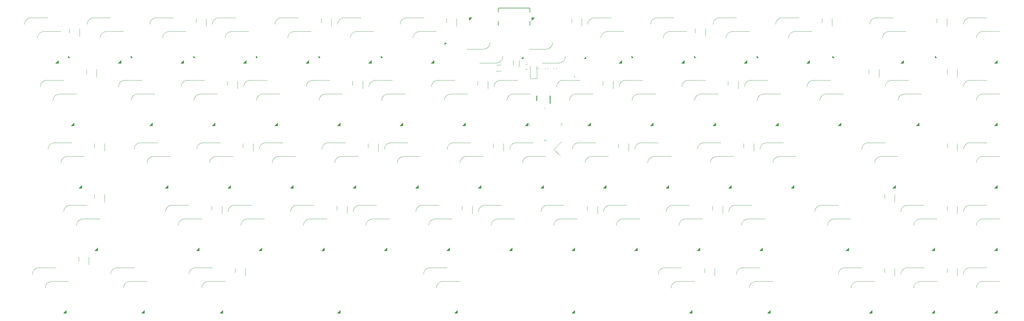
<source format=gbo>
G04 #@! TF.GenerationSoftware,KiCad,Pcbnew,(7.0.0)*
G04 #@! TF.CreationDate,2023-05-15T22:10:03-07:00*
G04 #@! TF.ProjectId,pcb-hotswap-rails,7063622d-686f-4747-9377-61702d726169,1.0*
G04 #@! TF.SameCoordinates,Original*
G04 #@! TF.FileFunction,Legend,Bot*
G04 #@! TF.FilePolarity,Positive*
%FSLAX46Y46*%
G04 Gerber Fmt 4.6, Leading zero omitted, Abs format (unit mm)*
G04 Created by KiCad (PCBNEW (7.0.0)) date 2023-05-15 22:10:03*
%MOMM*%
%LPD*%
G01*
G04 APERTURE LIST*
%ADD10C,0.100000*%
%ADD11C,0.120000*%
%ADD12C,0.200000*%
%ADD13C,0.254000*%
G04 APERTURE END LIST*
G04 #@! TO.C,D16*
G36*
X32899500Y86870001D02*
G01*
X31999500Y86870001D01*
X32899500Y87770001D01*
X32899500Y86870001D01*
G37*
D10*
X32899500Y86870001D02*
X31999500Y86870001D01*
X32899500Y87770001D01*
X32899500Y86870001D01*
D11*
G04 #@! TO.C,MX18*
X53174500Y81700000D02*
X58274500Y81700000D01*
X57074500Y77500000D02*
X62174500Y77500000D01*
X53174500Y81700000D02*
G75*
G03*
X51174500Y79700000I-1J-1999999D01*
G01*
X57074500Y77500000D02*
G75*
G03*
X55074500Y75500000I-1J-1999999D01*
G01*
G04 #@! TO.C,MX6*
X100799500Y100750000D02*
X105899500Y100750000D01*
X104699500Y96550000D02*
X109799500Y96550000D01*
X100799500Y100750000D02*
G75*
G03*
X98799500Y98750000I-1J-1999999D01*
G01*
X104699500Y96550000D02*
G75*
G03*
X102699500Y94550000I-1J-1999999D01*
G01*
G04 #@! TO.C,MX67*
X291299500Y24550000D02*
X296399500Y24550000D01*
X295199500Y20350000D02*
X300299500Y20350000D01*
X291299500Y24550000D02*
G75*
G03*
X289299500Y22550000I-1J-1999999D01*
G01*
X295199500Y20350000D02*
G75*
G03*
X293199500Y18350000I-1J-1999999D01*
G01*
G04 #@! TO.C,D65*
G36*
X151962000Y29720001D02*
G01*
X151062000Y29720001D01*
X151962000Y30620001D01*
X151962000Y29720001D01*
G37*
D10*
X151962000Y29720001D02*
X151062000Y29720001D01*
X151962000Y30620001D01*
X151962000Y29720001D01*
G04 #@! TO.C,D81*
G36*
X261499500Y10670001D02*
G01*
X260599500Y10670001D01*
X261499500Y11570001D01*
X261499500Y10670001D01*
G37*
X261499500Y10670001D02*
X260599500Y10670001D01*
X261499500Y11570001D01*
X261499500Y10670001D01*
G04 #@! TO.C,D72*
G36*
X299599500Y29720001D02*
G01*
X298699500Y29720001D01*
X299599500Y30620001D01*
X299599500Y29720001D01*
G37*
X299599500Y29720001D02*
X298699500Y29720001D01*
X299599500Y30620001D01*
X299599500Y29720001D01*
D11*
G04 #@! TO.C,MX59*
X7930750Y24550000D02*
X13030750Y24550000D01*
X11830750Y20350000D02*
X16930750Y20350000D01*
X7930750Y24550000D02*
G75*
G03*
X5930750Y22550000I-1J-1999999D01*
G01*
X11830750Y20350000D02*
G75*
G03*
X9830750Y18350000I-1J-1999999D01*
G01*
G04 #@! TO.C,MX36*
X115087000Y62650000D02*
X120187000Y62650000D01*
X118987000Y58450000D02*
X124087000Y58450000D01*
X115087000Y62650000D02*
G75*
G03*
X113087000Y60650000I-1J-1999999D01*
G01*
X118987000Y58450000D02*
G75*
G03*
X116987000Y56450000I-1J-1999999D01*
G01*
G04 #@! TO.C,MX2*
X24599500Y100750000D02*
X29699500Y100750000D01*
X28499500Y96550000D02*
X33599500Y96550000D01*
X24599500Y100750000D02*
G75*
G03*
X22599500Y98750000I-1J-1999999D01*
G01*
X28499500Y96550000D02*
G75*
G03*
X26499500Y94550000I-1J-1999999D01*
G01*
G04 #@! TO.C,D25*
G36*
X204349500Y86870001D02*
G01*
X203449500Y86870001D01*
X204349500Y87770001D01*
X204349500Y86870001D01*
G37*
D10*
X204349500Y86870001D02*
X203449500Y86870001D01*
X204349500Y87770001D01*
X204349500Y86870001D01*
G04 #@! TO.C,D17*
G36*
X51949500Y86870001D02*
G01*
X51049500Y86870001D01*
X51949500Y87770001D01*
X51949500Y86870001D01*
G37*
X51949500Y86870001D02*
X51049500Y86870001D01*
X51949500Y87770001D01*
X51949500Y86870001D01*
G04 #@! TO.C,D78*
G36*
X171012000Y10670001D02*
G01*
X170112000Y10670001D01*
X171012000Y11570001D01*
X171012000Y10670001D01*
G37*
X171012000Y10670001D02*
X170112000Y10670001D01*
X171012000Y11570001D01*
X171012000Y10670001D01*
G04 #@! TO.C,D71*
G36*
X280549500Y29720001D02*
G01*
X279649500Y29720001D01*
X280549500Y30620001D01*
X280549500Y29720001D01*
G37*
X280549500Y29720001D02*
X279649500Y29720001D01*
X280549500Y30620001D01*
X280549500Y29720001D01*
D11*
G04 #@! TO.C,MX60*
X31743250Y24550000D02*
X36843250Y24550000D01*
X35643250Y20350000D02*
X40743250Y20350000D01*
X31743250Y24550000D02*
G75*
G03*
X29743250Y22550000I-1J-1999999D01*
G01*
X35643250Y20350000D02*
G75*
G03*
X33643250Y18350000I-1J-1999999D01*
G01*
G04 #@! TO.C,MX58*
X291299500Y43600000D02*
X296399500Y43600000D01*
X295199500Y39400000D02*
X300299500Y39400000D01*
X291299500Y43600000D02*
G75*
G03*
X289299500Y41600000I-1J-1999999D01*
G01*
X295199500Y39400000D02*
G75*
G03*
X293199500Y37400000I-1J-1999999D01*
G01*
G04 #@! TO.C,D29*
G36*
X299599500Y86870001D02*
G01*
X298699500Y86870001D01*
X299599500Y87770001D01*
X299599500Y86870001D01*
G37*
D10*
X299599500Y86870001D02*
X298699500Y86870001D01*
X299599500Y87770001D01*
X299599500Y86870001D01*
G04 #@! TO.C,D48*
G36*
X85287000Y48770001D02*
G01*
X84387000Y48770001D01*
X85287000Y49670001D01*
X85287000Y48770001D01*
G37*
X85287000Y48770001D02*
X84387000Y48770001D01*
X85287000Y49670001D01*
X85287000Y48770001D01*
D11*
G04 #@! TO.C,MX20*
X91274500Y81700000D02*
X96374500Y81700000D01*
X95174500Y77500000D02*
X100274500Y77500000D01*
X91274500Y81700000D02*
G75*
G03*
X89274500Y79700000I-1J-1999999D01*
G01*
X95174500Y77500000D02*
G75*
G03*
X93174500Y75500000I-1J-1999999D01*
G01*
G04 #@! TO.C,MX40*
X191287000Y62650000D02*
X196387000Y62650000D01*
X195187000Y58450000D02*
X200287000Y58450000D01*
X191287000Y62650000D02*
G75*
G03*
X189287000Y60650000I-1J-1999999D01*
G01*
X195187000Y58450000D02*
G75*
G03*
X193187000Y56450000I-1J-1999999D01*
G01*
G04 #@! TO.C,D73*
G36*
X16230750Y10670001D02*
G01*
X15330750Y10670001D01*
X16230750Y11570001D01*
X16230750Y10670001D01*
G37*
D10*
X16230750Y10670001D02*
X15330750Y10670001D01*
X16230750Y11570001D01*
X16230750Y10670001D01*
G04 #@! TO.C,D67*
G36*
X190062000Y29720001D02*
G01*
X189162000Y29720001D01*
X190062000Y30620001D01*
X190062000Y29720001D01*
G37*
X190062000Y29720001D02*
X189162000Y29720001D01*
X190062000Y30620001D01*
X190062000Y29720001D01*
D11*
G04 #@! TO.C,MX28*
X243674500Y81700000D02*
X248774500Y81700000D01*
X247574500Y77500000D02*
X252674500Y77500000D01*
X243674500Y81700000D02*
G75*
G03*
X241674500Y79700000I-1J-1999999D01*
G01*
X247574500Y77500000D02*
G75*
G03*
X245574500Y75500000I-1J-1999999D01*
G01*
G04 #@! TO.C,D37*
G36*
X156724500Y67820001D02*
G01*
X155824500Y67820001D01*
X156724500Y68720001D01*
X156724500Y67820001D01*
G37*
D10*
X156724500Y67820001D02*
X155824500Y67820001D01*
X156724500Y68720001D01*
X156724500Y67820001D01*
D11*
G04 #@! TO.C,MX52*
X162712000Y43600000D02*
X167812000Y43600000D01*
X166612000Y39400000D02*
X171712000Y39400000D01*
X162712000Y43600000D02*
G75*
G03*
X160712000Y41600000I-1J-1999999D01*
G01*
X166612000Y39400000D02*
G75*
G03*
X164612000Y37400000I-1J-1999999D01*
G01*
G04 #@! TO.C,D28*
G36*
X271024500Y86870001D02*
G01*
X270124500Y86870001D01*
X271024500Y87770001D01*
X271024500Y86870001D01*
G37*
D10*
X271024500Y86870001D02*
X270124500Y86870001D01*
X271024500Y87770001D01*
X271024500Y86870001D01*
D11*
G04 #@! TO.C,MX8*
X147099500Y86950000D02*
X141999500Y86950000D01*
X143199500Y91150000D02*
X138099500Y91150000D01*
X147099500Y86950000D02*
G75*
G03*
X149099500Y88950000I1J1999999D01*
G01*
X143199500Y91150000D02*
G75*
G03*
X145199500Y93150000I1J1999999D01*
G01*
G04 #@! TO.C,MX12*
X215099500Y100750000D02*
X220199500Y100750000D01*
X218999500Y96550000D02*
X224099500Y96550000D01*
X215099500Y100750000D02*
G75*
G03*
X213099500Y98750000I-1J-1999999D01*
G01*
X218999500Y96550000D02*
G75*
G03*
X216999500Y94550000I-1J-1999999D01*
G01*
G04 #@! TO.C,MX46*
X48412000Y43600000D02*
X53512000Y43600000D01*
X52312000Y39400000D02*
X57412000Y39400000D01*
X48412000Y43600000D02*
G75*
G03*
X46412000Y41600000I-1J-1999999D01*
G01*
X52312000Y39400000D02*
G75*
G03*
X50312000Y37400000I-1J-1999999D01*
G01*
G04 #@! TO.C,MX38*
X153187000Y62650000D02*
X158287000Y62650000D01*
X157087000Y58450000D02*
X162187000Y58450000D01*
X153187000Y62650000D02*
G75*
G03*
X151187000Y60650000I-1J-1999999D01*
G01*
X157087000Y58450000D02*
G75*
G03*
X155087000Y56450000I-1J-1999999D01*
G01*
G04 #@! TO.C,D51*
G36*
X142437000Y48770001D02*
G01*
X141537000Y48770001D01*
X142437000Y49670001D01*
X142437000Y48770001D01*
G37*
D10*
X142437000Y48770001D02*
X141537000Y48770001D01*
X142437000Y49670001D01*
X142437000Y48770001D01*
G04 #@! TO.C,D38*
G36*
X175774500Y67820001D02*
G01*
X174874500Y67820001D01*
X175774500Y68720001D01*
X175774500Y67820001D01*
G37*
X175774500Y67820001D02*
X174874500Y67820001D01*
X175774500Y68720001D01*
X175774500Y67820001D01*
D11*
G04 #@! TO.C,MX29*
X267487000Y81700000D02*
X272587000Y81700000D01*
X271387000Y77500000D02*
X276487000Y77500000D01*
X267487000Y81700000D02*
G75*
G03*
X265487000Y79700000I-1J-1999999D01*
G01*
X271387000Y77500000D02*
G75*
G03*
X269387000Y75500000I-1J-1999999D01*
G01*
G04 #@! TO.C,D55*
G36*
X218637000Y48770001D02*
G01*
X217737000Y48770001D01*
X218637000Y49670001D01*
X218637000Y48770001D01*
G37*
D10*
X218637000Y48770001D02*
X217737000Y48770001D01*
X218637000Y49670001D01*
X218637000Y48770001D01*
G04 #@! TO.C,D76*
G36*
X99574500Y10670001D02*
G01*
X98674500Y10670001D01*
X99574500Y11570001D01*
X99574500Y10670001D01*
G37*
X99574500Y10670001D02*
X98674500Y10670001D01*
X99574500Y11570001D01*
X99574500Y10670001D01*
D11*
G04 #@! TO.C,MX33*
X57937000Y62650000D02*
X63037000Y62650000D01*
X61837000Y58450000D02*
X66937000Y58450000D01*
X57937000Y62650000D02*
G75*
G03*
X55937000Y60650000I-1J-1999999D01*
G01*
X61837000Y58450000D02*
G75*
G03*
X59837000Y56450000I-1J-1999999D01*
G01*
G04 #@! TO.C,D15*
G36*
X13849500Y86870001D02*
G01*
X12949500Y86870001D01*
X13849500Y87770001D01*
X13849500Y86870001D01*
G37*
D10*
X13849500Y86870001D02*
X12949500Y86870001D01*
X13849500Y87770001D01*
X13849500Y86870001D01*
D11*
G04 #@! TO.C,MX43*
X260343250Y62650000D02*
X265443250Y62650000D01*
X264243250Y58450000D02*
X269343250Y58450000D01*
X260343250Y62650000D02*
G75*
G03*
X258343250Y60650000I-1J-1999999D01*
G01*
X264243250Y58450000D02*
G75*
G03*
X262243250Y56450000I-1J-1999999D01*
G01*
G04 #@! TO.C,D74*
G36*
X40043250Y10670001D02*
G01*
X39143250Y10670001D01*
X40043250Y11570001D01*
X40043250Y10670001D01*
G37*
D10*
X40043250Y10670001D02*
X39143250Y10670001D01*
X40043250Y11570001D01*
X40043250Y10670001D01*
G04 #@! TO.C,D27*
G36*
X242449500Y86870001D02*
G01*
X241549500Y86870001D01*
X242449500Y87770001D01*
X242449500Y86870001D01*
G37*
X242449500Y86870001D02*
X241549500Y86870001D01*
X242449500Y87770001D01*
X242449500Y86870001D01*
D11*
G04 #@! TO.C,MX34*
X76987000Y62650000D02*
X82087000Y62650000D01*
X80887000Y58450000D02*
X85987000Y58450000D01*
X76987000Y62650000D02*
G75*
G03*
X74987000Y60650000I-1J-1999999D01*
G01*
X80887000Y58450000D02*
G75*
G03*
X78887000Y56450000I-1J-1999999D01*
G01*
G04 #@! TO.C,MX9*
X166149500Y86950000D02*
X161049500Y86950000D01*
X162249500Y91150000D02*
X157149500Y91150000D01*
X166149500Y86950000D02*
G75*
G03*
X168149500Y88950000I1J1999999D01*
G01*
X162249500Y91150000D02*
G75*
G03*
X164249500Y93150000I1J1999999D01*
G01*
G04 #@! TO.C,D58*
G36*
X299599500Y48770001D02*
G01*
X298699500Y48770001D01*
X299599500Y49670001D01*
X299599500Y48770001D01*
G37*
D10*
X299599500Y48770001D02*
X298699500Y48770001D01*
X299599500Y49670001D01*
X299599500Y48770001D01*
D11*
G04 #@! TO.C,MX64*
X222243250Y24550000D02*
X227343250Y24550000D01*
X226143250Y20350000D02*
X231243250Y20350000D01*
X222243250Y24550000D02*
G75*
G03*
X220243250Y22550000I-1J-1999999D01*
G01*
X226143250Y20350000D02*
G75*
G03*
X224143250Y18350000I-1J-1999999D01*
G01*
G04 #@! TO.C,MX62*
X126993250Y24550000D02*
X132093250Y24550000D01*
X130893250Y20350000D02*
X135993250Y20350000D01*
X126993250Y24550000D02*
G75*
G03*
X124993250Y22550000I-1J-1999999D01*
G01*
X130893250Y20350000D02*
G75*
G03*
X128893250Y18350000I-1J-1999999D01*
G01*
G04 #@! TO.C,MX1*
X5549500Y100750000D02*
X10649500Y100750000D01*
X9449500Y96550000D02*
X14549500Y96550000D01*
X5549500Y100750000D02*
G75*
G03*
X3549500Y98750000I-1J-1999999D01*
G01*
X9449500Y96550000D02*
G75*
G03*
X7449500Y94550000I-1J-1999999D01*
G01*
G04 #@! TO.C,D54*
G36*
X199587000Y48770001D02*
G01*
X198687000Y48770001D01*
X199587000Y49670001D01*
X199587000Y48770001D01*
G37*
D10*
X199587000Y48770001D02*
X198687000Y48770001D01*
X199587000Y49670001D01*
X199587000Y48770001D01*
G04 #@! TO.C,D22*
G36*
X138799500Y99929999D02*
G01*
X138799500Y100829999D01*
X139699500Y100829999D01*
X138799500Y99929999D01*
G37*
X138799500Y99929999D02*
X138799500Y100829999D01*
X139699500Y100829999D01*
X138799500Y99929999D01*
D11*
G04 #@! TO.C,MX54*
X200812000Y43600000D02*
X205912000Y43600000D01*
X204712000Y39400000D02*
X209812000Y39400000D01*
X200812000Y43600000D02*
G75*
G03*
X198812000Y41600000I-1J-1999999D01*
G01*
X204712000Y39400000D02*
G75*
G03*
X202712000Y37400000I-1J-1999999D01*
G01*
G04 #@! TO.C,MX48*
X86512000Y43600000D02*
X91612000Y43600000D01*
X90412000Y39400000D02*
X95512000Y39400000D01*
X86512000Y43600000D02*
G75*
G03*
X84512000Y41600000I-1J-1999999D01*
G01*
X90412000Y39400000D02*
G75*
G03*
X88412000Y37400000I-1J-1999999D01*
G01*
G04 #@! TO.C,D52*
G36*
X161487000Y48770001D02*
G01*
X160587000Y48770001D01*
X161487000Y49670001D01*
X161487000Y48770001D01*
G37*
D10*
X161487000Y48770001D02*
X160587000Y48770001D01*
X161487000Y49670001D01*
X161487000Y48770001D01*
D11*
G04 #@! TO.C,MX35*
X96037000Y62650000D02*
X101137000Y62650000D01*
X99937000Y58450000D02*
X105037000Y58450000D01*
X96037000Y62650000D02*
G75*
G03*
X94037000Y60650000I-1J-1999999D01*
G01*
X99937000Y58450000D02*
G75*
G03*
X97937000Y56450000I-1J-1999999D01*
G01*
G04 #@! TO.C,D40*
G36*
X213874500Y67820001D02*
G01*
X212974500Y67820001D01*
X213874500Y68720001D01*
X213874500Y67820001D01*
G37*
D10*
X213874500Y67820001D02*
X212974500Y67820001D01*
X213874500Y68720001D01*
X213874500Y67820001D01*
G04 #@! TO.C,D49*
G36*
X104337000Y48770001D02*
G01*
X103437000Y48770001D01*
X104337000Y49670001D01*
X104337000Y48770001D01*
G37*
X104337000Y48770001D02*
X103437000Y48770001D01*
X104337000Y49670001D01*
X104337000Y48770001D01*
D11*
G04 #@! TO.C,MX57*
X272249500Y43600000D02*
X277349500Y43600000D01*
X276149500Y39400000D02*
X281249500Y39400000D01*
X272249500Y43600000D02*
G75*
G03*
X270249500Y41600000I-1J-1999999D01*
G01*
X276149500Y39400000D02*
G75*
G03*
X274149500Y37400000I-1J-1999999D01*
G01*
G04 #@! TO.C,D33*
G36*
X80524500Y67820001D02*
G01*
X79624500Y67820001D01*
X80524500Y68720001D01*
X80524500Y67820001D01*
G37*
D10*
X80524500Y67820001D02*
X79624500Y67820001D01*
X80524500Y68720001D01*
X80524500Y67820001D01*
G04 #@! TO.C,D66*
G36*
X171012000Y29720001D02*
G01*
X170112000Y29720001D01*
X171012000Y30620001D01*
X171012000Y29720001D01*
G37*
X171012000Y29720001D02*
X170112000Y29720001D01*
X171012000Y30620001D01*
X171012000Y29720001D01*
G04 #@! TO.C,D64*
G36*
X132912000Y29720001D02*
G01*
X132012000Y29720001D01*
X132912000Y30620001D01*
X132912000Y29720001D01*
G37*
X132912000Y29720001D02*
X132012000Y29720001D01*
X132912000Y30620001D01*
X132912000Y29720001D01*
D11*
G04 #@! TO.C,MX39*
X172237000Y62650000D02*
X177337000Y62650000D01*
X176137000Y58450000D02*
X181237000Y58450000D01*
X172237000Y62650000D02*
G75*
G03*
X170237000Y60650000I-1J-1999999D01*
G01*
X176137000Y58450000D02*
G75*
G03*
X174137000Y56450000I-1J-1999999D01*
G01*
G04 #@! TO.C,MX21*
X110324500Y81700000D02*
X115424500Y81700000D01*
X114224500Y77500000D02*
X119324500Y77500000D01*
X110324500Y81700000D02*
G75*
G03*
X108324500Y79700000I-1J-1999999D01*
G01*
X114224500Y77500000D02*
G75*
G03*
X112224500Y75500000I-1J-1999999D01*
G01*
G04 #@! TO.C,MX23*
X148424500Y81700000D02*
X153524500Y81700000D01*
X152324500Y77500000D02*
X157424500Y77500000D01*
X148424500Y81700000D02*
G75*
G03*
X146424500Y79700000I-1J-1999999D01*
G01*
X152324500Y77500000D02*
G75*
G03*
X150324500Y75500000I-1J-1999999D01*
G01*
G04 #@! TO.C,D69*
G36*
X228162000Y29720001D02*
G01*
X227262000Y29720001D01*
X228162000Y30620001D01*
X228162000Y29720001D01*
G37*
D10*
X228162000Y29720001D02*
X227262000Y29720001D01*
X228162000Y30620001D01*
X228162000Y29720001D01*
D11*
G04 #@! TO.C,MX19*
X72224500Y81700000D02*
X77324500Y81700000D01*
X76124500Y77500000D02*
X81224500Y77500000D01*
X72224500Y81700000D02*
G75*
G03*
X70224500Y79700000I-1J-1999999D01*
G01*
X76124500Y77500000D02*
G75*
G03*
X74124500Y75500000I-1J-1999999D01*
G01*
G04 #@! TO.C,D19*
G36*
X90049500Y86870001D02*
G01*
X89149500Y86870001D01*
X90049500Y87770001D01*
X90049500Y86870001D01*
G37*
D10*
X90049500Y86870001D02*
X89149500Y86870001D01*
X90049500Y87770001D01*
X90049500Y86870001D01*
G04 #@! TO.C,D39*
G36*
X194824500Y67820001D02*
G01*
X193924500Y67820001D01*
X194824500Y68720001D01*
X194824500Y67820001D01*
G37*
X194824500Y67820001D02*
X193924500Y67820001D01*
X194824500Y68720001D01*
X194824500Y67820001D01*
G04 #@! TO.C,D77*
G36*
X135293250Y10670001D02*
G01*
X134393250Y10670001D01*
X135293250Y11570001D01*
X135293250Y10670001D01*
G37*
X135293250Y10670001D02*
X134393250Y10670001D01*
X135293250Y11570001D01*
X135293250Y10670001D01*
G04 #@! TO.C,D23*
G36*
X157849500Y99929999D02*
G01*
X157849500Y100829999D01*
X158749500Y100829999D01*
X157849500Y99929999D01*
G37*
X157849500Y99929999D02*
X157849500Y100829999D01*
X158749500Y100829999D01*
X157849500Y99929999D01*
D11*
G04 #@! TO.C,MX56*
X246055750Y43600000D02*
X251155750Y43600000D01*
X249955750Y39400000D02*
X255055750Y39400000D01*
X246055750Y43600000D02*
G75*
G03*
X244055750Y41600000I-1J-1999999D01*
G01*
X249955750Y39400000D02*
G75*
G03*
X247955750Y37400000I-1J-1999999D01*
G01*
G04 #@! TO.C,D53*
G36*
X180537000Y48770001D02*
G01*
X179637000Y48770001D01*
X180537000Y49670001D01*
X180537000Y48770001D01*
G37*
D10*
X180537000Y48770001D02*
X179637000Y48770001D01*
X180537000Y49670001D01*
X180537000Y48770001D01*
D11*
G04 #@! TO.C,MX44*
X291299500Y62650000D02*
X296399500Y62650000D01*
X295199500Y58450000D02*
X300299500Y58450000D01*
X291299500Y62650000D02*
G75*
G03*
X289299500Y60650000I-1J-1999999D01*
G01*
X295199500Y58450000D02*
G75*
G03*
X293199500Y56450000I-1J-1999999D01*
G01*
G04 #@! TO.C,D75*
G36*
X63855750Y10670001D02*
G01*
X62955750Y10670001D01*
X63855750Y11570001D01*
X63855750Y10670001D01*
G37*
D10*
X63855750Y10670001D02*
X62955750Y10670001D01*
X63855750Y11570001D01*
X63855750Y10670001D01*
G04 #@! TO.C,D60*
G36*
X56712000Y29720001D02*
G01*
X55812000Y29720001D01*
X56712000Y30620001D01*
X56712000Y29720001D01*
G37*
X56712000Y29720001D02*
X55812000Y29720001D01*
X56712000Y30620001D01*
X56712000Y29720001D01*
D11*
G04 #@! TO.C,MX7*
X119849500Y100750000D02*
X124949500Y100750000D01*
X123749500Y96550000D02*
X128849500Y96550000D01*
X119849500Y100750000D02*
G75*
G03*
X117849500Y98750000I-1J-1999999D01*
G01*
X123749500Y96550000D02*
G75*
G03*
X121749500Y94550000I-1J-1999999D01*
G01*
G04 #@! TO.C,MX17*
X34124500Y81700000D02*
X39224500Y81700000D01*
X38024500Y77500000D02*
X43124500Y77500000D01*
X34124500Y81700000D02*
G75*
G03*
X32124500Y79700000I-1J-1999999D01*
G01*
X38024500Y77500000D02*
G75*
G03*
X36024500Y75500000I-1J-1999999D01*
G01*
G04 #@! TO.C,D18*
G36*
X70999500Y86870001D02*
G01*
X70099500Y86870001D01*
X70999500Y87770001D01*
X70999500Y86870001D01*
G37*
D10*
X70999500Y86870001D02*
X70099500Y86870001D01*
X70999500Y87770001D01*
X70999500Y86870001D01*
D11*
G04 #@! TO.C,MX63*
X198430750Y24550000D02*
X203530750Y24550000D01*
X202330750Y20350000D02*
X207430750Y20350000D01*
X198430750Y24550000D02*
G75*
G03*
X196430750Y22550000I-1J-1999999D01*
G01*
X202330750Y20350000D02*
G75*
G03*
X200330750Y18350000I-1J-1999999D01*
G01*
G04 #@! TO.C,MX45*
X17455750Y43600000D02*
X22555750Y43600000D01*
X21355750Y39400000D02*
X26455750Y39400000D01*
X17455750Y43600000D02*
G75*
G03*
X15455750Y41600000I-1J-1999999D01*
G01*
X21355750Y39400000D02*
G75*
G03*
X19355750Y37400000I-1J-1999999D01*
G01*
G04 #@! TO.C,MX16*
X10312000Y81700000D02*
X15412000Y81700000D01*
X14212000Y77500000D02*
X19312000Y77500000D01*
X10312000Y81700000D02*
G75*
G03*
X8312000Y79700000I-1J-1999999D01*
G01*
X14212000Y77500000D02*
G75*
G03*
X12212000Y75500000I-1J-1999999D01*
G01*
G04 #@! TO.C,D24*
G36*
X185299500Y86870001D02*
G01*
X184399500Y86870001D01*
X185299500Y87770001D01*
X185299500Y86870001D01*
G37*
D10*
X185299500Y86870001D02*
X184399500Y86870001D01*
X185299500Y87770001D01*
X185299500Y86870001D01*
G04 #@! TO.C,D50*
G36*
X123387000Y48770001D02*
G01*
X122487000Y48770001D01*
X123387000Y49670001D01*
X123387000Y48770001D01*
G37*
X123387000Y48770001D02*
X122487000Y48770001D01*
X123387000Y49670001D01*
X123387000Y48770001D01*
G04 #@! TO.C,D47*
G36*
X66237000Y48770001D02*
G01*
X65337000Y48770001D01*
X66237000Y49670001D01*
X66237000Y48770001D01*
G37*
X66237000Y48770001D02*
X65337000Y48770001D01*
X66237000Y49670001D01*
X66237000Y48770001D01*
D11*
G04 #@! TO.C,MX55*
X219862000Y43600000D02*
X224962000Y43600000D01*
X223762000Y39400000D02*
X228862000Y39400000D01*
X219862000Y43600000D02*
G75*
G03*
X217862000Y41600000I-1J-1999999D01*
G01*
X223762000Y39400000D02*
G75*
G03*
X221762000Y37400000I-1J-1999999D01*
G01*
G04 #@! TO.C,D42*
G36*
X251974500Y67820001D02*
G01*
X251074500Y67820001D01*
X251974500Y68720001D01*
X251974500Y67820001D01*
G37*
D10*
X251974500Y67820001D02*
X251074500Y67820001D01*
X251974500Y68720001D01*
X251974500Y67820001D01*
G04 #@! TO.C,D44*
G36*
X299599500Y67820001D02*
G01*
X298699500Y67820001D01*
X299599500Y68720001D01*
X299599500Y67820001D01*
G37*
X299599500Y67820001D02*
X298699500Y67820001D01*
X299599500Y68720001D01*
X299599500Y67820001D01*
G04 #@! TO.C,D32*
G36*
X61474500Y67820001D02*
G01*
X60574500Y67820001D01*
X61474500Y68720001D01*
X61474500Y67820001D01*
G37*
X61474500Y67820001D02*
X60574500Y67820001D01*
X61474500Y68720001D01*
X61474500Y67820001D01*
G04 #@! TO.C,D36*
G36*
X137674500Y67820001D02*
G01*
X136774500Y67820001D01*
X137674500Y68720001D01*
X137674500Y67820001D01*
G37*
X137674500Y67820001D02*
X136774500Y67820001D01*
X137674500Y68720001D01*
X137674500Y67820001D01*
D11*
G04 #@! TO.C,MX42*
X229387000Y62650000D02*
X234487000Y62650000D01*
X233287000Y58450000D02*
X238387000Y58450000D01*
X229387000Y62650000D02*
G75*
G03*
X227387000Y60650000I-1J-1999999D01*
G01*
X233287000Y58450000D02*
G75*
G03*
X231287000Y56450000I-1J-1999999D01*
G01*
G04 #@! TO.C,MX26*
X205574500Y81700000D02*
X210674500Y81700000D01*
X209474500Y77500000D02*
X214574500Y77500000D01*
X205574500Y81700000D02*
G75*
G03*
X203574500Y79700000I-1J-1999999D01*
G01*
X209474500Y77500000D02*
G75*
G03*
X207474500Y75500000I-1J-1999999D01*
G01*
G04 #@! TO.C,MX5*
X81749500Y100750000D02*
X86849500Y100750000D01*
X85649500Y96550000D02*
X90749500Y96550000D01*
X81749500Y100750000D02*
G75*
G03*
X79749500Y98750000I-1J-1999999D01*
G01*
X85649500Y96550000D02*
G75*
G03*
X83649500Y94550000I-1J-1999999D01*
G01*
G04 #@! TO.C,D34*
G36*
X99574500Y67820001D02*
G01*
X98674500Y67820001D01*
X99574500Y68720001D01*
X99574500Y67820001D01*
G37*
D10*
X99574500Y67820001D02*
X98674500Y67820001D01*
X99574500Y68720001D01*
X99574500Y67820001D01*
G04 #@! TO.C,D56*
G36*
X237687000Y48770001D02*
G01*
X236787000Y48770001D01*
X237687000Y49670001D01*
X237687000Y48770001D01*
G37*
X237687000Y48770001D02*
X236787000Y48770001D01*
X237687000Y49670001D01*
X237687000Y48770001D01*
D11*
G04 #@! TO.C,MX49*
X105562000Y43600000D02*
X110662000Y43600000D01*
X109462000Y39400000D02*
X114562000Y39400000D01*
X105562000Y43600000D02*
G75*
G03*
X103562000Y41600000I-1J-1999999D01*
G01*
X109462000Y39400000D02*
G75*
G03*
X107462000Y37400000I-1J-1999999D01*
G01*
G04 #@! TO.C,MX53*
X181762000Y43600000D02*
X186862000Y43600000D01*
X185662000Y39400000D02*
X190762000Y39400000D01*
X181762000Y43600000D02*
G75*
G03*
X179762000Y41600000I-1J-1999999D01*
G01*
X185662000Y39400000D02*
G75*
G03*
X183662000Y37400000I-1J-1999999D01*
G01*
G04 #@! TO.C,D68*
G36*
X209112000Y29720001D02*
G01*
X208212000Y29720001D01*
X209112000Y30620001D01*
X209112000Y29720001D01*
G37*
D10*
X209112000Y29720001D02*
X208212000Y29720001D01*
X209112000Y30620001D01*
X209112000Y29720001D01*
D11*
G04 #@! TO.C,MX50*
X124612000Y43600000D02*
X129712000Y43600000D01*
X128512000Y39400000D02*
X133612000Y39400000D01*
X124612000Y43600000D02*
G75*
G03*
X122612000Y41600000I-1J-1999999D01*
G01*
X128512000Y39400000D02*
G75*
G03*
X126512000Y37400000I-1J-1999999D01*
G01*
G04 #@! TO.C,D61*
G36*
X75762000Y29720001D02*
G01*
X74862000Y29720001D01*
X75762000Y30620001D01*
X75762000Y29720001D01*
G37*
D10*
X75762000Y29720001D02*
X74862000Y29720001D01*
X75762000Y30620001D01*
X75762000Y29720001D01*
G04 #@! TO.C,D43*
G36*
X275787000Y67820001D02*
G01*
X274887000Y67820001D01*
X275787000Y68720001D01*
X275787000Y67820001D01*
G37*
X275787000Y67820001D02*
X274887000Y67820001D01*
X275787000Y68720001D01*
X275787000Y67820001D01*
G04 #@! TO.C,D57*
G36*
X268643250Y48770001D02*
G01*
X267743250Y48770001D01*
X268643250Y49670001D01*
X268643250Y48770001D01*
G37*
X268643250Y48770001D02*
X267743250Y48770001D01*
X268643250Y49670001D01*
X268643250Y48770001D01*
G04 #@! TO.C,D80*
G36*
X230543250Y10670001D02*
G01*
X229643250Y10670001D01*
X230543250Y11570001D01*
X230543250Y10670001D01*
G37*
X230543250Y10670001D02*
X229643250Y10670001D01*
X230543250Y11570001D01*
X230543250Y10670001D01*
D11*
G04 #@! TO.C,MX41*
X210337000Y62650000D02*
X215437000Y62650000D01*
X214237000Y58450000D02*
X219337000Y58450000D01*
X210337000Y62650000D02*
G75*
G03*
X208337000Y60650000I-1J-1999999D01*
G01*
X214237000Y58450000D02*
G75*
G03*
X212237000Y56450000I-1J-1999999D01*
G01*
G04 #@! TO.C,D26*
G36*
X223399500Y86870001D02*
G01*
X222499500Y86870001D01*
X223399500Y87770001D01*
X223399500Y86870001D01*
G37*
D10*
X223399500Y86870001D02*
X222499500Y86870001D01*
X223399500Y87770001D01*
X223399500Y86870001D01*
D11*
G04 #@! TO.C,MX11*
X196049500Y100750000D02*
X201149500Y100750000D01*
X199949500Y96550000D02*
X205049500Y96550000D01*
X196049500Y100750000D02*
G75*
G03*
X194049500Y98750000I-1J-1999999D01*
G01*
X199949500Y96550000D02*
G75*
G03*
X197949500Y94550000I-1J-1999999D01*
G01*
G04 #@! TO.C,D41*
G36*
X232924500Y67820001D02*
G01*
X232024500Y67820001D01*
X232924500Y68720001D01*
X232924500Y67820001D01*
G37*
D10*
X232924500Y67820001D02*
X232024500Y67820001D01*
X232924500Y68720001D01*
X232924500Y67820001D01*
D11*
G04 #@! TO.C,MX65*
X253199500Y24550000D02*
X258299500Y24550000D01*
X257099500Y20350000D02*
X262199500Y20350000D01*
X253199500Y24550000D02*
G75*
G03*
X251199500Y22550000I-1J-1999999D01*
G01*
X257099500Y20350000D02*
G75*
G03*
X255099500Y18350000I-1J-1999999D01*
G01*
G04 #@! TO.C,D31*
G36*
X42424500Y67820001D02*
G01*
X41524500Y67820001D01*
X42424500Y68720001D01*
X42424500Y67820001D01*
G37*
D10*
X42424500Y67820001D02*
X41524500Y67820001D01*
X42424500Y68720001D01*
X42424500Y67820001D01*
D11*
G04 #@! TO.C,MX24*
X167474500Y81700000D02*
X172574500Y81700000D01*
X171374500Y77500000D02*
X176474500Y77500000D01*
X167474500Y81700000D02*
G75*
G03*
X165474500Y79700000I-1J-1999999D01*
G01*
X171374500Y77500000D02*
G75*
G03*
X169374500Y75500000I-1J-1999999D01*
G01*
G04 #@! TO.C,MX14*
X262724500Y100750000D02*
X267824500Y100750000D01*
X266624500Y96550000D02*
X271724500Y96550000D01*
X262724500Y100750000D02*
G75*
G03*
X260724500Y98750000I-1J-1999999D01*
G01*
X266624500Y96550000D02*
G75*
G03*
X264624500Y94550000I-1J-1999999D01*
G01*
G04 #@! TO.C,MX4*
X62699500Y100750000D02*
X67799500Y100750000D01*
X66599500Y96550000D02*
X71699500Y96550000D01*
X62699500Y100750000D02*
G75*
G03*
X60699500Y98750000I-1J-1999999D01*
G01*
X66599500Y96550000D02*
G75*
G03*
X64599500Y94550000I-1J-1999999D01*
G01*
G04 #@! TO.C,MX13*
X234149500Y100750000D02*
X239249500Y100750000D01*
X238049500Y96550000D02*
X243149500Y96550000D01*
X234149500Y100750000D02*
G75*
G03*
X232149500Y98750000I-1J-1999999D01*
G01*
X238049500Y96550000D02*
G75*
G03*
X236049500Y94550000I-1J-1999999D01*
G01*
G04 #@! TO.C,MX3*
X43649500Y100750000D02*
X48749500Y100750000D01*
X47549500Y96550000D02*
X52649500Y96550000D01*
X43649500Y100750000D02*
G75*
G03*
X41649500Y98750000I-1J-1999999D01*
G01*
X47549500Y96550000D02*
G75*
G03*
X45549500Y94550000I-1J-1999999D01*
G01*
G04 #@! TO.C,MX66*
X272249500Y24550000D02*
X277349500Y24550000D01*
X276149500Y20350000D02*
X281249500Y20350000D01*
X272249500Y24550000D02*
G75*
G03*
X270249500Y22550000I-1J-1999999D01*
G01*
X276149500Y20350000D02*
G75*
G03*
X274149500Y18350000I-1J-1999999D01*
G01*
G04 #@! TO.C,D79*
G36*
X206730750Y10670001D02*
G01*
X205830750Y10670001D01*
X206730750Y11570001D01*
X206730750Y10670001D01*
G37*
D10*
X206730750Y10670001D02*
X205830750Y10670001D01*
X206730750Y11570001D01*
X206730750Y10670001D01*
D11*
G04 #@! TO.C,MX15*
X291299500Y100750000D02*
X296399500Y100750000D01*
X295199500Y96550000D02*
X300299500Y96550000D01*
X291299500Y100750000D02*
G75*
G03*
X289299500Y98750000I-1J-1999999D01*
G01*
X295199500Y96550000D02*
G75*
G03*
X293199500Y94550000I-1J-1999999D01*
G01*
G04 #@! TO.C,D63*
G36*
X113862000Y29720001D02*
G01*
X112962000Y29720001D01*
X113862000Y30620001D01*
X113862000Y29720001D01*
G37*
D10*
X113862000Y29720001D02*
X112962000Y29720001D01*
X113862000Y30620001D01*
X113862000Y29720001D01*
G04 #@! TO.C,D35*
G36*
X118624500Y67820001D02*
G01*
X117724500Y67820001D01*
X118624500Y68720001D01*
X118624500Y67820001D01*
G37*
X118624500Y67820001D02*
X117724500Y67820001D01*
X118624500Y68720001D01*
X118624500Y67820001D01*
D11*
G04 #@! TO.C,MX31*
X12693250Y62650000D02*
X17793250Y62650000D01*
X16593250Y58450000D02*
X21693250Y58450000D01*
X12693250Y62650000D02*
G75*
G03*
X10693250Y60650000I-1J-1999999D01*
G01*
X16593250Y58450000D02*
G75*
G03*
X14593250Y56450000I-1J-1999999D01*
G01*
G04 #@! TO.C,D62*
G36*
X94812000Y29720001D02*
G01*
X93912000Y29720001D01*
X94812000Y30620001D01*
X94812000Y29720001D01*
G37*
D10*
X94812000Y29720001D02*
X93912000Y29720001D01*
X94812000Y30620001D01*
X94812000Y29720001D01*
D11*
G04 #@! TO.C,MX27*
X224624500Y81700000D02*
X229724500Y81700000D01*
X228524500Y77500000D02*
X233624500Y77500000D01*
X224624500Y81700000D02*
G75*
G03*
X222624500Y79700000I-1J-1999999D01*
G01*
X228524500Y77500000D02*
G75*
G03*
X226524500Y75500000I-1J-1999999D01*
G01*
G04 #@! TO.C,D59*
G36*
X25755750Y29720001D02*
G01*
X24855750Y29720001D01*
X25755750Y30620001D01*
X25755750Y29720001D01*
G37*
D10*
X25755750Y29720001D02*
X24855750Y29720001D01*
X25755750Y30620001D01*
X25755750Y29720001D01*
D11*
G04 #@! TO.C,MX61*
X55555750Y24550000D02*
X60655750Y24550000D01*
X59455750Y20350000D02*
X64555750Y20350000D01*
X55555750Y24550000D02*
G75*
G03*
X53555750Y22550000I-1J-1999999D01*
G01*
X59455750Y20350000D02*
G75*
G03*
X57455750Y18350000I-1J-1999999D01*
G01*
G04 #@! TO.C,MX47*
X67462000Y43600000D02*
X72562000Y43600000D01*
X71362000Y39400000D02*
X76462000Y39400000D01*
X67462000Y43600000D02*
G75*
G03*
X65462000Y41600000I-1J-1999999D01*
G01*
X71362000Y39400000D02*
G75*
G03*
X69362000Y37400000I-1J-1999999D01*
G01*
G04 #@! TO.C,MX32*
X38887000Y62650000D02*
X43987000Y62650000D01*
X42787000Y58450000D02*
X47887000Y58450000D01*
X38887000Y62650000D02*
G75*
G03*
X36887000Y60650000I-1J-1999999D01*
G01*
X42787000Y58450000D02*
G75*
G03*
X40787000Y56450000I-1J-1999999D01*
G01*
G04 #@! TO.C,MX10*
X176999500Y100750000D02*
X182099500Y100750000D01*
X180899500Y96550000D02*
X185999500Y96550000D01*
X176999500Y100750000D02*
G75*
G03*
X174999500Y98750000I-1J-1999999D01*
G01*
X180899500Y96550000D02*
G75*
G03*
X178899500Y94550000I-1J-1999999D01*
G01*
G04 #@! TO.C,D20*
G36*
X109099500Y86870001D02*
G01*
X108199500Y86870001D01*
X109099500Y87770001D01*
X109099500Y86870001D01*
G37*
D10*
X109099500Y86870001D02*
X108199500Y86870001D01*
X109099500Y87770001D01*
X109099500Y86870001D01*
D11*
G04 #@! TO.C,MX51*
X143662000Y43600000D02*
X148762000Y43600000D01*
X147562000Y39400000D02*
X152662000Y39400000D01*
X143662000Y43600000D02*
G75*
G03*
X141662000Y41600000I-1J-1999999D01*
G01*
X147562000Y39400000D02*
G75*
G03*
X145562000Y37400000I-1J-1999999D01*
G01*
G04 #@! TO.C,D83*
G36*
X299599500Y10670001D02*
G01*
X298699500Y10670001D01*
X299599500Y11570001D01*
X299599500Y10670001D01*
G37*
D10*
X299599500Y10670001D02*
X298699500Y10670001D01*
X299599500Y11570001D01*
X299599500Y10670001D01*
D11*
G04 #@! TO.C,MX30*
X291299500Y81700000D02*
X296399500Y81700000D01*
X295199500Y77500000D02*
X300299500Y77500000D01*
X291299500Y81700000D02*
G75*
G03*
X289299500Y79700000I-1J-1999999D01*
G01*
X295199500Y77500000D02*
G75*
G03*
X293199500Y75500000I-1J-1999999D01*
G01*
G04 #@! TO.C,D82*
G36*
X280549500Y10670001D02*
G01*
X279649500Y10670001D01*
X280549500Y11570001D01*
X280549500Y10670001D01*
G37*
D10*
X280549500Y10670001D02*
X279649500Y10670001D01*
X280549500Y11570001D01*
X280549500Y10670001D01*
G04 #@! TO.C,D70*
G36*
X254355750Y29720001D02*
G01*
X253455750Y29720001D01*
X254355750Y30620001D01*
X254355750Y29720001D01*
G37*
X254355750Y29720001D02*
X253455750Y29720001D01*
X254355750Y30620001D01*
X254355750Y29720001D01*
D11*
G04 #@! TO.C,MX22*
X129374500Y81700000D02*
X134474500Y81700000D01*
X133274500Y77500000D02*
X138374500Y77500000D01*
X129374500Y81700000D02*
G75*
G03*
X127374500Y79700000I-1J-1999999D01*
G01*
X133274500Y77500000D02*
G75*
G03*
X131274500Y75500000I-1J-1999999D01*
G01*
G04 #@! TO.C,D45*
G36*
X20993250Y48770001D02*
G01*
X20093250Y48770001D01*
X20993250Y49670001D01*
X20993250Y48770001D01*
G37*
D10*
X20993250Y48770001D02*
X20093250Y48770001D01*
X20993250Y49670001D01*
X20993250Y48770001D01*
D11*
G04 #@! TO.C,MX37*
X134137000Y62650000D02*
X139237000Y62650000D01*
X138037000Y58450000D02*
X143137000Y58450000D01*
X134137000Y62650000D02*
G75*
G03*
X132137000Y60650000I-1J-1999999D01*
G01*
X138037000Y58450000D02*
G75*
G03*
X136037000Y56450000I-1J-1999999D01*
G01*
G04 #@! TO.C,D21*
G36*
X128149500Y86870001D02*
G01*
X127249500Y86870001D01*
X128149500Y87770001D01*
X128149500Y86870001D01*
G37*
D10*
X128149500Y86870001D02*
X127249500Y86870001D01*
X128149500Y87770001D01*
X128149500Y86870001D01*
G04 #@! TO.C,D46*
G36*
X47187000Y48770001D02*
G01*
X46287000Y48770001D01*
X47187000Y49670001D01*
X47187000Y48770001D01*
G37*
X47187000Y48770001D02*
X46287000Y48770001D01*
X47187000Y49670001D01*
X47187000Y48770001D01*
D11*
G04 #@! TO.C,MX25*
X186524500Y81700000D02*
X191624500Y81700000D01*
X190424500Y77500000D02*
X195524500Y77500000D01*
X186524500Y81700000D02*
G75*
G03*
X184524500Y79700000I-1J-1999999D01*
G01*
X190424500Y77500000D02*
G75*
G03*
X188424500Y75500000I-1J-1999999D01*
G01*
G04 #@! TO.C,D30*
G36*
X18612000Y67820001D02*
G01*
X17712000Y67820001D01*
X18612000Y68720001D01*
X18612000Y67820001D01*
G37*
D10*
X18612000Y67820001D02*
X17712000Y67820001D01*
X18612000Y68720001D01*
X18612000Y67820001D01*
D11*
G04 #@! TO.C,D108*
X60477000Y42720000D02*
X60477000Y42070000D01*
X60477000Y42720000D02*
X60477000Y43370000D01*
X63597000Y42720000D02*
X63597000Y41045000D01*
X63597000Y42720000D02*
X63597000Y43370000D01*
G04 #@! TO.C,D6*
G36*
X112567000Y88550000D02*
G01*
X112017000Y88550000D01*
X112017000Y89150000D01*
X112567000Y88550000D01*
G37*
D10*
X112567000Y88550000D02*
X112017000Y88550000D01*
X112017000Y89150000D01*
X112567000Y88550000D01*
D11*
G04 #@! TO.C,D90*
X246217000Y99870000D02*
X246217000Y99220000D01*
X246217000Y99870000D02*
X246217000Y100520000D01*
X249337000Y99870000D02*
X249337000Y98195000D01*
X249337000Y99870000D02*
X249337000Y100520000D01*
G04 #@! TO.C,D109*
X98577000Y42720000D02*
X98577000Y42070000D01*
X98577000Y42720000D02*
X98577000Y43370000D01*
X101697000Y42720000D02*
X101697000Y41045000D01*
X101697000Y42720000D02*
X101697000Y43370000D01*
G04 #@! TO.C,D91*
X281177000Y99840000D02*
X281177000Y99190000D01*
X281177000Y99840000D02*
X281177000Y100490000D01*
X284297000Y99840000D02*
X284297000Y98165000D01*
X284297000Y99840000D02*
X284297000Y100490000D01*
G04 #@! TO.C,Y2*
X164590324Y60613223D02*
X166923777Y62946676D01*
X166570223Y58633324D02*
X164590324Y60613223D01*
G04 #@! TO.C,D4*
G36*
X74477000Y88550000D02*
G01*
X73927000Y88550000D01*
X73927000Y89150000D01*
X74477000Y88550000D01*
G37*
D10*
X74477000Y88550000D02*
X73927000Y88550000D01*
X73927000Y89150000D01*
X74477000Y88550000D01*
D11*
G04 #@! TO.C,D92*
X22367000Y84320000D02*
X22367000Y83670000D01*
X22367000Y84320000D02*
X22367000Y84970000D01*
X25487000Y84320000D02*
X25487000Y82645000D01*
X25487000Y84320000D02*
X25487000Y84970000D01*
G04 #@! TO.C,U2*
X152237000Y86080000D02*
X152237000Y87680000D01*
X154037000Y87680000D02*
X154037000Y85780000D01*
G04 #@! TO.C,D84*
X17177000Y96770000D02*
X17177000Y96120000D01*
X17177000Y96770000D02*
X17177000Y97420000D01*
X20297000Y96770000D02*
X20297000Y95095000D01*
X20297000Y96770000D02*
X20297000Y97420000D01*
G04 #@! TO.C,D104*
X184307000Y61770000D02*
X184307000Y61120000D01*
X184307000Y61770000D02*
X184307000Y62420000D01*
X187427000Y61770000D02*
X187427000Y60095000D01*
X187427000Y61770000D02*
X187427000Y62420000D01*
D12*
G04 #@! TO.C,J1*
X171037000Y82690000D02*
G75*
G03*
X171037000Y82690000I-100000J0D01*
G01*
D11*
G04 #@! TO.C,D110*
X136677000Y42720000D02*
X136677000Y42070000D01*
X136677000Y42720000D02*
X136677000Y43370000D01*
X139797000Y42720000D02*
X139797000Y41045000D01*
X139797000Y42720000D02*
X139797000Y43370000D01*
G04 #@! TO.C,D88*
X170017000Y99860000D02*
X170017000Y99210000D01*
X170017000Y99860000D02*
X170017000Y100510000D01*
X173137000Y99860000D02*
X173137000Y98185000D01*
X173137000Y99860000D02*
X173137000Y100510000D01*
G04 #@! TO.C,D116*
X67617000Y23670000D02*
X67617000Y23020000D01*
X67617000Y23670000D02*
X67617000Y24320000D01*
X70737000Y23670000D02*
X70737000Y21995000D01*
X70737000Y23670000D02*
X70737000Y24320000D01*
G04 #@! TO.C,D107*
X24757000Y46230000D02*
X24757000Y45580000D01*
X24757000Y46230000D02*
X24757000Y46880000D01*
X27877000Y46230000D02*
X27877000Y44555000D01*
X27877000Y46230000D02*
X27877000Y46880000D01*
D13*
G04 #@! TO.C,U1*
X163426000Y76980000D02*
X163426000Y74630000D01*
X159428000Y75480000D02*
X159428000Y76980000D01*
G04 #@! TO.C,D5*
G36*
X93527000Y88550000D02*
G01*
X92977000Y88550000D01*
X92977000Y89150000D01*
X93527000Y88550000D01*
G37*
D10*
X93527000Y88550000D02*
X92977000Y88550000D01*
X92977000Y89150000D01*
X93527000Y88550000D01*
G04 #@! TO.C,D2*
G36*
X36377000Y88550000D02*
G01*
X35827000Y88550000D01*
X35827000Y89150000D01*
X36377000Y88550000D01*
G37*
X36377000Y88550000D02*
X35827000Y88550000D01*
X35827000Y89150000D01*
X36377000Y88550000D01*
D11*
G04 #@! TO.C,D96*
X179537000Y80820000D02*
X179537000Y80170000D01*
X179537000Y80820000D02*
X179537000Y81470000D01*
X182657000Y80820000D02*
X182657000Y79145000D01*
X182657000Y80820000D02*
X182657000Y81470000D01*
G04 #@! TO.C,D95*
X141437000Y80820000D02*
X141437000Y80170000D01*
X141437000Y80820000D02*
X141437000Y81470000D01*
X144557000Y80820000D02*
X144557000Y79145000D01*
X144557000Y80820000D02*
X144557000Y81470000D01*
G04 #@! TO.C,D106*
X284317000Y61770000D02*
X284317000Y61120000D01*
X284317000Y61770000D02*
X284317000Y62420000D01*
X287437000Y61770000D02*
X287437000Y60095000D01*
X287437000Y61770000D02*
X287437000Y62420000D01*
D12*
G04 #@! TO.C,J2*
X147747000Y103700000D02*
X157327000Y103700000D01*
X147747000Y102420000D02*
X147747000Y103700000D01*
X147747000Y98450000D02*
X147747000Y99700000D01*
X157327000Y103700000D02*
X157327000Y102420000D01*
X157327000Y98450000D02*
X157327000Y99700000D01*
D11*
G04 #@! TO.C,D100*
X24757000Y61770000D02*
X24757000Y61120000D01*
X24757000Y61770000D02*
X24757000Y62420000D01*
X27877000Y61770000D02*
X27877000Y60095000D01*
X27877000Y61770000D02*
X27877000Y62420000D01*
G04 #@! TO.C,U6*
X167142311Y68288629D02*
X166682692Y68748248D01*
X166682692Y67829010D02*
X167142311Y68288629D01*
X161577381Y72934321D02*
X162037000Y73393940D01*
X162496619Y63642937D02*
X162037000Y63183318D01*
X157391308Y68748248D02*
X156931689Y68288629D01*
X162037000Y63183318D02*
X161577381Y63642937D01*
X156931689Y68288629D02*
X157391308Y67829010D01*
G04 #@! TO.C,D117*
X210497000Y23670000D02*
X210497000Y23020000D01*
X210497000Y23670000D02*
X210497000Y24320000D01*
X213617000Y23670000D02*
X213617000Y21995000D01*
X213617000Y23670000D02*
X213617000Y24320000D01*
G04 #@! TO.C,D102*
X108107000Y61770000D02*
X108107000Y61120000D01*
X108107000Y61770000D02*
X108107000Y62420000D01*
X111227000Y61770000D02*
X111227000Y60095000D01*
X111227000Y61770000D02*
X111227000Y62420000D01*
G04 #@! TO.C,D113*
X265267000Y46220000D02*
X265267000Y45570000D01*
X265267000Y46220000D02*
X265267000Y46870000D01*
X268387000Y46220000D02*
X268387000Y44545000D01*
X268387000Y46220000D02*
X268387000Y46870000D01*
G04 #@! TO.C,D114*
X284317000Y42720000D02*
X284317000Y42070000D01*
X284317000Y42720000D02*
X284317000Y43370000D01*
X287437000Y42720000D02*
X287437000Y41045000D01*
X287437000Y42720000D02*
X287437000Y43370000D01*
G04 #@! TO.C,D87*
X131917000Y99870000D02*
X131917000Y99220000D01*
X131917000Y99870000D02*
X131917000Y100520000D01*
X135037000Y99870000D02*
X135037000Y98195000D01*
X135037000Y99870000D02*
X135037000Y100520000D01*
G04 #@! TO.C,D9*
G36*
X174397000Y88300000D02*
G01*
X173797000Y88300000D01*
X174397000Y88850000D01*
X174397000Y88300000D01*
G37*
D10*
X174397000Y88300000D02*
X173797000Y88300000D01*
X174397000Y88850000D01*
X174397000Y88300000D01*
D11*
G04 #@! TO.C,D86*
X93817000Y99870000D02*
X93817000Y99220000D01*
X93817000Y99870000D02*
X93817000Y100520000D01*
X96937000Y99870000D02*
X96937000Y98195000D01*
X96937000Y99870000D02*
X96937000Y100520000D01*
G04 #@! TO.C,C40*
X165367000Y85397836D02*
X165367000Y85182164D01*
X164647000Y85397836D02*
X164647000Y85182164D01*
G04 #@! TO.C,D97*
X217637000Y80820000D02*
X217637000Y80170000D01*
X217637000Y80820000D02*
X217637000Y81470000D01*
X220757000Y80820000D02*
X220757000Y79145000D01*
X220757000Y80820000D02*
X220757000Y81470000D01*
G04 #@! TO.C,D85*
X55717000Y99860000D02*
X55717000Y99210000D01*
X55717000Y99860000D02*
X55717000Y100510000D01*
X58837000Y99860000D02*
X58837000Y98185000D01*
X58837000Y99860000D02*
X58837000Y100510000D01*
G04 #@! TO.C,D8*
G36*
X155297000Y88290000D02*
G01*
X154697000Y88290000D01*
X155297000Y88840000D01*
X155297000Y88290000D01*
G37*
D10*
X155297000Y88290000D02*
X154697000Y88290000D01*
X155297000Y88840000D01*
X155297000Y88290000D01*
G04 #@! TO.C,D10*
G36*
X188777000Y88550000D02*
G01*
X188227000Y88550000D01*
X188227000Y89150000D01*
X188777000Y88550000D01*
G37*
X188777000Y88550000D02*
X188227000Y88550000D01*
X188227000Y89150000D01*
X188777000Y88550000D01*
D11*
G04 #@! TO.C,D98*
X260497000Y84320000D02*
X260497000Y83670000D01*
X260497000Y84320000D02*
X260497000Y84970000D01*
X263617000Y84320000D02*
X263617000Y82645000D01*
X263617000Y84320000D02*
X263617000Y84970000D01*
G04 #@! TO.C,D94*
X103337000Y80820000D02*
X103337000Y80170000D01*
X103337000Y80820000D02*
X103337000Y81470000D01*
X106457000Y80820000D02*
X106457000Y79145000D01*
X106457000Y80820000D02*
X106457000Y81470000D01*
G04 #@! TO.C,U7*
X146987000Y84520000D02*
X148537000Y84520000D01*
X148537000Y86320000D02*
X147237000Y86320000D01*
G04 #@! TO.C,D13*
G36*
X249967000Y88530000D02*
G01*
X249417000Y88530000D01*
X249417000Y89130000D01*
X249967000Y88530000D01*
G37*
D10*
X249967000Y88530000D02*
X249417000Y88530000D01*
X249417000Y89130000D01*
X249967000Y88530000D01*
D11*
G04 #@! TO.C,D111*
X174777000Y42720000D02*
X174777000Y42070000D01*
X174777000Y42720000D02*
X174777000Y43370000D01*
X177897000Y42720000D02*
X177897000Y41045000D01*
X177897000Y42720000D02*
X177897000Y43370000D01*
G04 #@! TO.C,C15*
X159997000Y85407836D02*
X159997000Y85192164D01*
X159277000Y85407836D02*
X159277000Y85192164D01*
G04 #@! TO.C,D7*
G36*
X131337000Y92540000D02*
G01*
X131337000Y93090000D01*
X131937000Y93090000D01*
X131337000Y92540000D01*
G37*
D10*
X131337000Y92540000D02*
X131337000Y93090000D01*
X131937000Y93090000D01*
X131337000Y92540000D01*
D11*
G04 #@! TO.C,D120*
X157467000Y82160000D02*
X157467000Y86020000D01*
X159467000Y82160000D02*
X157467000Y82160000D01*
X159467000Y82160000D02*
X159467000Y86020000D01*
G04 #@! TO.C,F1*
X155968422Y86480000D02*
X156485578Y86480000D01*
X155968422Y85060000D02*
X156485578Y85060000D01*
G04 #@! TO.C,D89*
X207657000Y96800000D02*
X207657000Y96150000D01*
X207657000Y96800000D02*
X207657000Y97450000D01*
X210777000Y96800000D02*
X210777000Y95125000D01*
X210777000Y96800000D02*
X210777000Y97450000D01*
G04 #@! TO.C,D1*
G36*
X17327000Y88550000D02*
G01*
X16777000Y88550000D01*
X16777000Y89150000D01*
X17327000Y88550000D01*
G37*
D10*
X17327000Y88550000D02*
X16777000Y88550000D01*
X16777000Y89150000D01*
X17327000Y88550000D01*
G04 #@! TO.C,D3*
G36*
X55427000Y88550000D02*
G01*
X54877000Y88550000D01*
X54877000Y89150000D01*
X55427000Y88550000D01*
G37*
X55427000Y88550000D02*
X54877000Y88550000D01*
X54877000Y89150000D01*
X55427000Y88550000D01*
D11*
G04 #@! TO.C,D112*
X212877000Y42720000D02*
X212877000Y42070000D01*
X212877000Y42720000D02*
X212877000Y43370000D01*
X215997000Y42720000D02*
X215997000Y41045000D01*
X215997000Y42720000D02*
X215997000Y43370000D01*
G04 #@! TO.C,D103*
X146207000Y61770000D02*
X146207000Y61120000D01*
X146207000Y61770000D02*
X146207000Y62420000D01*
X149327000Y61770000D02*
X149327000Y60095000D01*
X149327000Y61770000D02*
X149327000Y62420000D01*
G04 #@! TO.C,D11*
G36*
X207827000Y88550000D02*
G01*
X207277000Y88550000D01*
X207277000Y89150000D01*
X207827000Y88550000D01*
G37*
D10*
X207827000Y88550000D02*
X207277000Y88550000D01*
X207277000Y89150000D01*
X207827000Y88550000D01*
D11*
G04 #@! TO.C,D119*
X284317000Y23670000D02*
X284317000Y23020000D01*
X284317000Y23670000D02*
X284317000Y24320000D01*
X287437000Y23670000D02*
X287437000Y21995000D01*
X287437000Y23670000D02*
X287437000Y24320000D01*
G04 #@! TO.C,D12*
G36*
X226887000Y88550000D02*
G01*
X226337000Y88550000D01*
X226337000Y89150000D01*
X226887000Y88550000D01*
G37*
D10*
X226887000Y88550000D02*
X226337000Y88550000D01*
X226337000Y89150000D01*
X226887000Y88550000D01*
D11*
G04 #@! TO.C,D115*
X19997000Y27160000D02*
X19997000Y26510000D01*
X19997000Y27160000D02*
X19997000Y27810000D01*
X23117000Y27160000D02*
X23117000Y25485000D01*
X23117000Y27160000D02*
X23117000Y27810000D01*
G04 #@! TO.C,D101*
X69997000Y61770000D02*
X69997000Y61120000D01*
X69997000Y61770000D02*
X69997000Y62420000D01*
X73117000Y61770000D02*
X73117000Y60095000D01*
X73117000Y61770000D02*
X73117000Y62420000D01*
G04 #@! TO.C,D105*
X222407000Y61770000D02*
X222407000Y61120000D01*
X222407000Y61770000D02*
X222407000Y62420000D01*
X225527000Y61770000D02*
X225527000Y60095000D01*
X225527000Y61770000D02*
X225527000Y62420000D01*
G04 #@! TO.C,D93*
X65237000Y80820000D02*
X65237000Y80170000D01*
X65237000Y80820000D02*
X65237000Y81470000D01*
X68357000Y80820000D02*
X68357000Y79145000D01*
X68357000Y80820000D02*
X68357000Y81470000D01*
G04 #@! TO.C,D14*
G36*
X281147000Y88540000D02*
G01*
X280597000Y88540000D01*
X280597000Y89140000D01*
X281147000Y88540000D01*
G37*
D10*
X281147000Y88540000D02*
X280597000Y88540000D01*
X280597000Y89140000D01*
X281147000Y88540000D01*
D11*
G04 #@! TO.C,D118*
X265267000Y23670000D02*
X265267000Y23020000D01*
X265267000Y23670000D02*
X265267000Y24320000D01*
X268387000Y23670000D02*
X268387000Y21995000D01*
X268387000Y23670000D02*
X268387000Y24320000D01*
G04 #@! TO.C,D99*
X284317000Y84320000D02*
X284317000Y83670000D01*
X284317000Y84320000D02*
X284317000Y84970000D01*
X287437000Y84320000D02*
X287437000Y82645000D01*
X287437000Y84320000D02*
X287437000Y84970000D01*
G04 #@! TO.C,C39*
X162817000Y85407836D02*
X162817000Y85192164D01*
X162097000Y85407836D02*
X162097000Y85192164D01*
G04 #@! TD*
M02*

</source>
